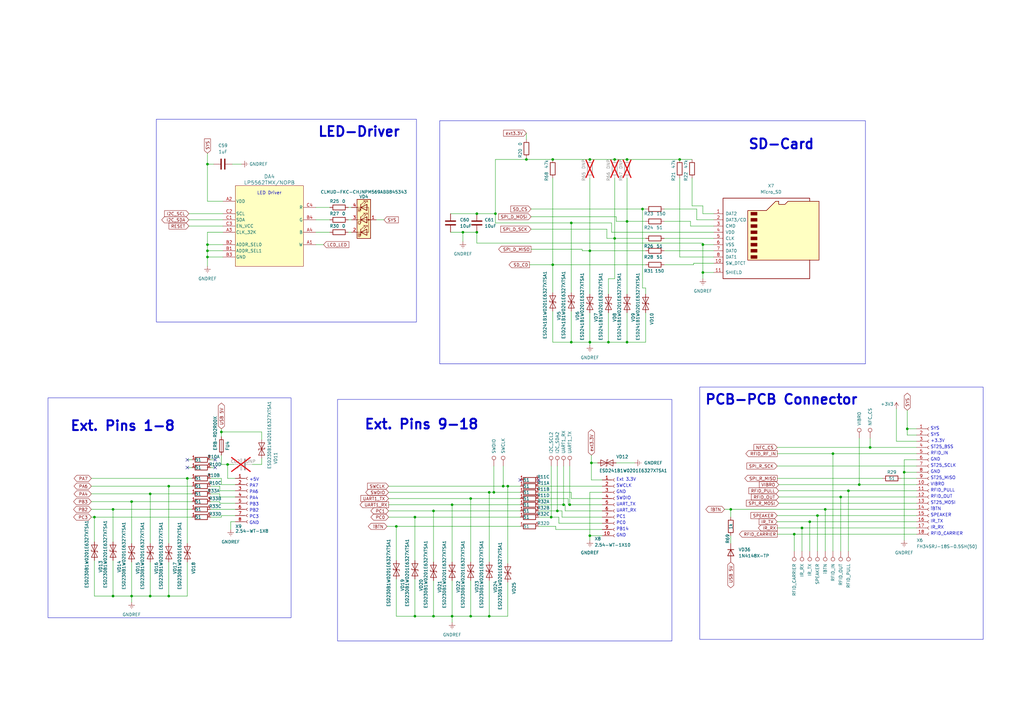
<source format=kicad_sch>
(kicad_sch (version 20230121) (generator eeschema)
  (paper "A3")
  (title_block (title "Flipper Device DIY") (rev "13.F7B9C6") (company "Originally from : Flipper Devices Inc.") (comment 1 "DIY Version 1.0"))
  (junction (at 242.57 189.865))
  (junction (at 85.09 67.31))
  (junction (at 215.9 65.405))
  (junction (at 241.935 65.405))
  (junction (at 206.375 199.39))
  (junction (at 208.28 199.39))
  (junction (at 288.29 100.33))
  (junction (at 344.805 203.835))
  (junction (at 288.29 111.76))
  (junction (at 200.66 252.73))
  (junction (at 241.935 219.71))
  (junction (at 257.175 140.335))
  (junction (at 90.805 177.165))
  (junction (at 195.58 95.25))
  (junction (at 85.09 105.41))
  (junction (at 93.345 190.5))
  (junction (at 46.355 208.915))
  (junction (at 347.98 201.295))
  (junction (at 170.18 252.73))
  (junction (at 234.315 91.44))
  (junction (at 328.93 216.535))
  (junction (at 226.06 212.09))
  (junction (at 370.84 193.675))
  (junction (at 85.09 102.87))
  (junction (at 177.8 209.55))
  (junction (at 85.09 100.33))
  (junction (at 53.975 244.475))
  (junction (at 263.525 85.725))
  (junction (at 200.66 201.93))
  (junction (at 185.42 252.73))
  (junction (at 231.14 207.01))
  (junction (at 193.04 252.73))
  (junction (at 228.6 209.55))
  (junction (at 53.975 205.74))
  (junction (at 352.425 198.755))
  (junction (at 257.175 90.805))
  (junction (at 203.2 87.63))
  (junction (at 372.11 175.895))
  (junction (at 46.355 244.475))
  (junction (at 252.095 97.79))
  (junction (at 189.865 95.25))
  (junction (at 226.695 65.405))
  (junction (at 195.58 87.63))
  (junction (at 241.935 102.87))
  (junction (at 234.315 140.335))
  (junction (at 170.18 212.09))
  (junction (at 185.42 207.01))
  (junction (at 162.56 215.9))
  (junction (at 61.595 244.475))
  (junction (at 233.68 207.01))
  (junction (at 335.28 211.455))
  (junction (at 61.595 202.565))
  (junction (at 252.095 65.405))
  (junction (at 338.455 208.915))
  (junction (at 257.175 65.405))
  (junction (at 202.565 201.93))
  (junction (at 332.105 213.995))
  (junction (at 341.63 186.055))
  (junction (at 278.765 65.405))
  (junction (at 76.835 196.215))
  (junction (at 193.04 204.47))
  (junction (at 226.695 108.585))
  (junction (at 249.555 140.335))
  (junction (at 325.755 219.075))
  (junction (at 356.87 183.515))
  (junction (at 38.735 212.09))
  (junction (at 177.8 252.73))
  (junction (at 69.215 199.39))
  (junction (at 299.72 208.915))
  (junction (at 69.215 244.475))
  (junction (at 241.935 140.335))
  (no_connect (at 220.98 196.85))
  (no_connect (at 76.835 188.595))
  (no_connect (at 213.36 196.85))
  (no_connect (at 88.265 191.77))
  (no_connect (at 76.835 191.77))
  (no_connect (at 88.265 188.595))
  (wire (pts (xy 94.615 213.995) (xy 94.615 217.17)))
  (wire (pts (xy 217.805 93.98) (xy 248.92 93.98)))
  (wire (pts (xy 217.805 85.725) (xy 263.525 85.725)))
  (wire (pts (xy 284.48 107.95) (xy 292.735 107.95)))
  (wire (pts (xy 335.28 211.455) (xy 335.28 226.06)))
  (wire (pts (xy 278.765 105.41) (xy 292.735 105.41)))
  (wire (pts (xy 46.355 208.915) (xy 78.74 208.915)))
  (wire (pts (xy 242.57 186.69) (xy 242.57 189.865)))
  (wire (pts (xy 352.425 179.705) (xy 352.425 198.755)))
  (wire (pts (xy 200.66 252.73) (xy 193.04 252.73)))
  (wire (pts (xy 69.215 199.39) (xy 78.74 199.39)))
  (wire (pts (xy 76.835 191.77) (xy 78.74 191.77)))
  (wire (pts (xy 195.58 87.63) (xy 203.2 87.63)))
  (wire (pts (xy 230.505 209.55) (xy 230.505 212.09)))
  (wire (pts (xy 107.315 177.165) (xy 90.805 177.165)))
  (wire (pts (xy 90.17 199.39) (xy 90.17 201.295)))
  (wire (pts (xy 96.52 213.995) (xy 94.615 213.995)))
  (wire (pts (xy 217.805 88.9) (xy 252.73 88.9)))
  (wire (pts (xy 90.17 206.375) (xy 96.52 206.375)))
  (wire (pts (xy 319.405 201.295) (xy 347.98 201.295)))
  (wire (pts (xy 90.17 201.295) (xy 96.52 201.295)))
  (wire (pts (xy 338.455 208.915) (xy 375.92 208.915)))
  (wire (pts (xy 90.805 211.455) (xy 96.52 211.455)))
  (wire (pts (xy 38.735 212.09) (xy 78.74 212.09)))
  (wire (pts (xy 257.175 128.27) (xy 257.175 140.335)))
  (wire (pts (xy 38.735 212.09) (xy 38.735 222.25)))
  (wire (pts (xy 208.28 238.76) (xy 208.28 252.73)))
  (wire (pts (xy 249.555 140.335) (xy 257.175 140.335)))
  (wire (pts (xy 69.215 199.39) (xy 69.215 222.885)))
  (wire (pts (xy 299.72 208.915) (xy 338.455 208.915)))
  (wire (pts (xy 257.175 73.025) (xy 257.175 90.805)))
  (wire (pts (xy 86.36 205.74) (xy 90.17 205.74)))
  (wire (pts (xy 202.565 201.93) (xy 213.36 201.93)))
  (wire (pts (xy 208.28 199.39) (xy 208.28 231.14)))
  (wire (pts (xy 162.56 237.49) (xy 162.56 252.73)))
  (wire (pts (xy 226.695 108.585) (xy 264.795 108.585)))
  (wire (pts (xy 200.66 201.93) (xy 200.66 230.505)))
  (wire (pts (xy 234.315 91.44) (xy 234.315 120.015)))
  (wire (pts (xy 38.735 244.475) (xy 46.355 244.475)))
  (wire (pts (xy 234.315 91.44) (xy 250.825 91.44)))
  (wire (pts (xy 272.415 97.79) (xy 292.735 97.79)))
  (wire (pts (xy 85.09 100.33) (xy 91.44 100.33)))
  (wire (pts (xy 46.355 229.87) (xy 46.355 244.475)))
  (wire (pts (xy 88.265 191.77) (xy 86.36 191.77)))
  (wire (pts (xy 129.54 85.09) (xy 135.255 85.09)))
  (wire (pts (xy 220.98 215.9) (xy 227.965 215.9)))
  (wire (pts (xy 37.465 205.74) (xy 53.975 205.74)))
  (wire (pts (xy 257.175 65.405) (xy 278.765 65.405)))
  (wire (pts (xy 252.095 73.025) (xy 252.095 97.79)))
  (wire (pts (xy 220.98 212.09) (xy 226.06 212.09)))
  (wire (pts (xy 318.77 183.515) (xy 356.87 183.515)))
  (wire (pts (xy 272.415 102.87) (xy 292.735 102.87)))
  (wire (pts (xy 95.885 190.5) (xy 93.345 190.5)))
  (wire (pts (xy 257.175 90.805) (xy 257.175 120.65)))
  (wire (pts (xy 93.345 196.215) (xy 93.345 190.5)))
  (wire (pts (xy 85.09 102.87) (xy 85.09 105.41)))
  (wire (pts (xy 76.835 196.215) (xy 78.74 196.215)))
  (wire (pts (xy 202.565 191.135) (xy 202.565 201.93)))
  (wire (pts (xy 90.17 205.74) (xy 90.17 206.375)))
  (wire (pts (xy 142.875 90.17) (xy 144.145 90.17)))
  (wire (pts (xy 252.095 65.405) (xy 257.175 65.405)))
  (wire (pts (xy 299.72 219.71) (xy 299.72 222.885)))
  (wire (pts (xy 347.98 201.295) (xy 375.92 201.295)))
  (wire (pts (xy 283.21 92.71) (xy 292.735 92.71)))
  (wire (pts (xy 318.77 211.455) (xy 335.28 211.455)))
  (wire (pts (xy 335.28 211.455) (xy 375.92 211.455)))
  (wire (pts (xy 69.215 230.505) (xy 69.215 244.475)))
  (wire (pts (xy 318.77 186.055) (xy 341.63 186.055)))
  (wire (pts (xy 37.465 199.39) (xy 69.215 199.39)))
  (wire (pts (xy 263.525 85.725) (xy 263.525 118.11)))
  (wire (pts (xy 234.315 140.335) (xy 241.935 140.335)))
  (wire (pts (xy 338.455 208.915) (xy 338.455 226.06)))
  (wire (pts (xy 53.975 244.475) (xy 61.595 244.475)))
  (wire (pts (xy 61.595 244.475) (xy 61.595 230.505)))
  (wire (pts (xy 372.11 178.435) (xy 372.11 175.895)))
  (wire (pts (xy 288.29 111.76) (xy 288.29 100.33)))
  (wire (pts (xy 129.54 90.17) (xy 135.255 90.17)))
  (wire (pts (xy 177.8 252.73) (xy 185.42 252.73)))
  (wire (pts (xy 61.595 202.565) (xy 78.74 202.565)))
  (wire (pts (xy 184.785 87.63) (xy 195.58 87.63)))
  (wire (pts (xy 328.93 216.535) (xy 375.92 216.535)))
  (wire (pts (xy 241.935 102.87) (xy 241.935 120.65)))
  (wire (pts (xy 283.845 84.455) (xy 288.29 84.455)))
  (wire (pts (xy 226.695 108.585) (xy 217.17 108.585)))
  (wire (pts (xy 238.76 102.235) (xy 238.76 102.87)))
  (wire (pts (xy 220.98 209.55) (xy 228.6 209.55)))
  (wire (pts (xy 85.09 62.865) (xy 85.09 67.31)))
  (wire (pts (xy 226.06 191.135) (xy 226.06 212.09)))
  (wire (pts (xy 177.8 209.55) (xy 213.36 209.55)))
  (wire (pts (xy 372.11 175.895) (xy 375.92 175.895)))
  (wire (pts (xy 185.42 252.73) (xy 185.42 238.125)))
  (wire (pts (xy 242.57 196.85) (xy 247.015 196.85)))
  (wire (pts (xy 263.525 118.11) (xy 264.795 118.11)))
  (wire (pts (xy 88.265 188.595) (xy 86.36 188.595)))
  (wire (pts (xy 249.555 128.27) (xy 249.555 140.335)))
  (wire (pts (xy 220.98 201.93) (xy 234.315 201.93)))
  (wire (pts (xy 193.04 204.47) (xy 213.36 204.47)))
  (wire (pts (xy 226.695 73.025) (xy 226.695 108.585)))
  (wire (pts (xy 229.235 214.63) (xy 247.015 214.63)))
  (wire (pts (xy 86.36 196.215) (xy 90.805 196.215)))
  (wire (pts (xy 193.04 252.73) (xy 185.42 252.73)))
  (wire (pts (xy 242.57 189.865) (xy 242.57 196.85)))
  (wire (pts (xy 162.56 215.9) (xy 162.56 229.87)))
  (wire (pts (xy 185.42 252.73) (xy 185.42 255.27)))
  (wire (pts (xy 76.835 196.215) (xy 76.835 222.885)))
  (wire (pts (xy 341.63 186.055) (xy 341.63 226.06)))
  (wire (pts (xy 285.75 90.17) (xy 292.735 90.17)))
  (wire (pts (xy 85.09 67.31) (xy 87.63 67.31)))
  (wire (pts (xy 318.77 196.215) (xy 361.95 196.215)))
  (wire (pts (xy 238.76 102.87) (xy 241.935 102.87)))
  (wire (pts (xy 61.595 244.475) (xy 69.215 244.475)))
  (wire (pts (xy 264.795 140.335) (xy 257.175 140.335)))
  (wire (pts (xy 90.805 212.09) (xy 90.805 211.455)))
  (wire (pts (xy 189.865 95.25) (xy 189.865 99.06)))
  (wire (pts (xy 230.505 212.09) (xy 247.015 212.09)))
  (wire (pts (xy 283.21 90.805) (xy 283.21 92.71)))
  (wire (pts (xy 159.385 204.47) (xy 193.04 204.47)))
  (wire (pts (xy 53.975 230.505) (xy 53.975 244.475)))
  (wire (pts (xy 264.795 118.11) (xy 264.795 120.65)))
  (wire (pts (xy 107.315 180.34) (xy 107.315 177.165)))
  (wire (pts (xy 77.47 90.17) (xy 91.44 90.17)))
  (wire (pts (xy 319.405 203.835) (xy 344.805 203.835)))
  (wire (pts (xy 91.44 95.25) (xy 85.09 95.25)))
  (wire (pts (xy 347.98 201.295) (xy 347.98 226.06)))
  (wire (pts (xy 37.465 196.215) (xy 76.835 196.215)))
  (wire (pts (xy 234.315 127.635) (xy 234.315 140.335)))
  (wire (pts (xy 93.345 190.5) (xy 90.805 190.5)))
  (wire (pts (xy 356.87 183.515) (xy 375.92 183.515)))
  (wire (pts (xy 318.77 213.995) (xy 332.105 213.995)))
  (wire (pts (xy 352.425 198.755) (xy 375.92 198.755)))
  (wire (pts (xy 288.29 111.76) (xy 288.29 114.3)))
  (wire (pts (xy 372.11 168.275) (xy 372.11 175.895)))
  (wire (pts (xy 76.835 188.595) (xy 78.74 188.595)))
  (wire (pts (xy 46.355 244.475) (xy 53.975 244.475)))
  (wire (pts (xy 142.875 95.25) (xy 144.145 95.25)))
  (wire (pts (xy 158.75 215.9) (xy 162.56 215.9)))
  (wire (pts (xy 252.095 114.3) (xy 252.095 97.79)))
  (wire (pts (xy 215.9 54.61) (xy 215.9 57.15)))
  (wire (pts (xy 278.765 65.405) (xy 283.845 65.405)))
  (wire (pts (xy 53.975 205.74) (xy 78.74 205.74)))
  (wire (pts (xy 241.935 73.025) (xy 241.935 102.87)))
  (wire (pts (xy 241.935 219.71) (xy 247.015 219.71)))
  (wire (pts (xy 85.09 82.55) (xy 91.44 82.55)))
  (wire (pts (xy 184.785 95.25) (xy 189.865 95.25)))
  (wire (pts (xy 241.935 201.93) (xy 241.935 219.71)))
  (wire (pts (xy 250.825 95.25) (xy 292.735 95.25)))
  (wire (pts (xy 241.935 140.335) (xy 241.935 141.605)))
  (wire (pts (xy 234.315 204.47) (xy 247.015 204.47)))
  (wire (pts (xy 53.975 205.74) (xy 53.975 222.885)))
  (wire (pts (xy 90.805 198.755) (xy 96.52 198.755)))
  (wire (pts (xy 370.84 188.595) (xy 370.84 193.675)))
  (wire (pts (xy 90.805 196.215) (xy 90.805 198.755)))
  (wire (pts (xy 76.835 230.505) (xy 76.835 244.475)))
  (wire (pts (xy 185.42 207.01) (xy 213.36 207.01)))
  (wire (pts (xy 247.015 201.93) (xy 241.935 201.93)))
  (wire (pts (xy 231.775 209.55) (xy 247.015 209.55)))
  (wire (pts (xy 319.405 198.755) (xy 352.425 198.755)))
  (wire (pts (xy 299.72 208.915) (xy 299.72 212.09)))
  (wire (pts (xy 170.18 212.09) (xy 170.18 229.87)))
  (wire (pts (xy 278.765 73.025) (xy 278.765 105.41)))
  (wire (pts (xy 228.6 191.135) (xy 228.6 209.55)))
  (wire (pts (xy 159.385 199.39) (xy 206.375 199.39)))
  (wire (pts (xy 229.235 212.09) (xy 229.235 214.63)))
  (wire (pts (xy 241.935 128.27) (xy 241.935 140.335)))
  (wire (pts (xy 233.68 207.01) (xy 247.015 207.01)))
  (wire (pts (xy 85.09 105.41) (xy 85.09 109.22)))
  (wire (pts (xy 53.975 244.475) (xy 53.975 247.015)))
  (wire (pts (xy 260.35 189.865) (xy 252.73 189.865)))
  (wire (pts (xy 200.66 201.93) (xy 202.565 201.93)))
  (wire (pts (xy 250.825 91.44) (xy 250.825 95.25)))
  (wire (pts (xy 220.98 199.39) (xy 247.015 199.39)))
  (wire (pts (xy 170.18 212.09) (xy 213.36 212.09)))
  (wire (pts (xy 61.595 202.565) (xy 61.595 222.885)))
  (wire (pts (xy 231.14 191.135) (xy 231.14 207.01)))
  (wire (pts (xy 252.095 97.79) (xy 264.795 97.79)))
  (wire (pts (xy 215.9 65.405) (xy 226.695 65.405)))
  (wire (pts (xy 245.11 189.865) (xy 242.57 189.865)))
  (wire (pts (xy 195.58 99.695) (xy 195.58 95.25)))
  (wire (pts (xy 200.66 238.125) (xy 200.66 252.73)))
  (wire (pts (xy 233.045 207.01) (xy 233.68 207.01)))
  (wire (pts (xy 233.045 204.47) (xy 233.045 207.01)))
  (wire (pts (xy 185.42 207.01) (xy 185.42 230.505)))
  (wire (pts (xy 226.695 127.635) (xy 226.695 140.335)))
  (wire (pts (xy 162.56 252.73) (xy 170.18 252.73)))
  (wire (pts (xy 85.09 100.33) (xy 85.09 102.87)))
  (wire (pts (xy 193.04 238.125) (xy 193.04 252.73)))
  (wire (pts (xy 96.52 196.215) (xy 93.345 196.215)))
  (wire (pts (xy 203.2 65.405) (xy 203.2 87.63)))
  (wire (pts (xy 231.775 207.01) (xy 231.775 209.55)))
  (wire (pts (xy 288.29 87.63) (xy 292.735 87.63)))
  (wire (pts (xy 226.06 212.09) (xy 229.235 212.09)))
  (wire (pts (xy 332.105 213.995) (xy 375.92 213.995)))
  (wire (pts (xy 227.965 215.9) (xy 227.965 217.17)))
  (wire (pts (xy 203.2 87.63) (xy 203.2 91.44)))
  (wire (pts (xy 107.315 187.96) (xy 107.315 190.5)))
  (wire (pts (xy 86.36 199.39) (xy 90.17 199.39)))
  (wire (pts (xy 203.2 91.44) (xy 234.315 91.44)))
  (wire (pts (xy 370.84 193.675) (xy 375.92 193.675)))
  (wire (pts (xy 292.735 111.76) (xy 288.29 111.76)))
  (wire (pts (xy 86.36 208.915) (xy 96.52 208.915)))
  (wire (pts (xy 272.415 108.585) (xy 284.48 108.585)))
  (wire (pts (xy 215.9 64.77) (xy 215.9 65.405)))
  (wire (pts (xy 226.695 108.585) (xy 226.695 120.015)))
  (wire (pts (xy 37.465 212.09) (xy 38.735 212.09)))
  (wire (pts (xy 220.98 204.47) (xy 233.045 204.47)))
  (wire (pts (xy 90.805 175.895) (xy 90.805 177.165)))
  (wire (pts (xy 159.385 209.55) (xy 177.8 209.55)))
  (wire (pts (xy 375.92 188.595) (xy 370.84 188.595)))
  (wire (pts (xy 234.315 201.93) (xy 234.315 204.47)))
  (wire (pts (xy 297.18 208.915) (xy 299.72 208.915)))
  (wire (pts (xy 356.87 179.705) (xy 356.87 183.515)))
  (wire (pts (xy 69.215 244.475) (xy 76.835 244.475)))
  (wire (pts (xy 159.385 207.01) (xy 185.42 207.01)))
  (wire (pts (xy 283.845 73.025) (xy 283.845 84.455)))
  (wire (pts (xy 37.465 202.565) (xy 61.595 202.565)))
  (wire (pts (xy 170.18 252.73) (xy 177.8 252.73)))
  (wire (pts (xy 367.665 167.64) (xy 367.665 180.975)))
  (wire (pts (xy 241.935 65.405) (xy 252.095 65.405)))
  (wire (pts (xy 252.73 90.805) (xy 257.175 90.805)))
  (wire (pts (xy 142.875 85.09) (xy 144.145 85.09)))
  (wire (pts (xy 249.555 114.3) (xy 252.095 114.3)))
  (wire (pts (xy 288.29 99.695) (xy 195.58 99.695)))
  (wire (pts (xy 284.48 108.585) (xy 284.48 107.95)))
  (wire (pts (xy 227.965 217.17) (xy 247.015 217.17)))
  (wire (pts (xy 341.63 186.055) (xy 375.92 186.055)))
  (wire (pts (xy 90.17 202.565) (xy 90.17 203.835)))
  (wire (pts (xy 177.8 238.125) (xy 177.8 252.73)))
  (wire (pts (xy 257.175 90.805) (xy 264.795 90.805)))
  (wire (pts (xy 272.415 85.725) (xy 285.75 85.725)))
  (wire (pts (xy 272.415 90.805) (xy 283.21 90.805)))
  (wire (pts (xy 220.98 207.01) (xy 231.14 207.01)))
  (wire (pts (xy 86.36 212.09) (xy 90.805 212.09)))
  (wire (pts (xy 208.28 199.39) (xy 213.36 199.39)))
  (wire (pts (xy 241.935 219.71) (xy 241.935 221.615)))
  (wire (pts (xy 367.665 180.975) (xy 375.92 180.975)))
  (wire (pts (xy 177.8 209.55) (xy 177.8 230.505)))
  (wire (pts (xy 159.385 201.93) (xy 200.66 201.93)))
  (wire (pts (xy 288.29 99.695) (xy 288.29 100.33)))
  (wire (pts (xy 226.695 65.405) (xy 241.935 65.405)))
  (wire (pts (xy 228.6 209.55) (xy 230.505 209.55)))
  (wire (pts (xy 252.73 88.9) (xy 252.73 90.805)))
  (wire (pts (xy 90.805 190.5) (xy 90.805 186.69)))
  (wire (pts (xy 203.2 65.405) (xy 215.9 65.405)))
  (wire (pts (xy 233.68 191.135) (xy 233.68 207.01)))
  (wire (pts (xy 90.17 203.835) (xy 96.52 203.835)))
  (wire (pts (xy 288.29 84.455) (xy 288.29 87.63)))
  (wire (pts (xy 241.935 102.87) (xy 264.795 102.87)))
  (wire (pts (xy 170.18 237.49) (xy 170.18 252.73)))
  (wire (pts (xy 328.93 216.535) (xy 328.93 226.06)))
  (wire (pts (xy 344.805 203.835) (xy 344.805 226.06)))
  (wire (pts (xy 85.09 95.25) (xy 85.09 100.33)))
  (wire (pts (xy 332.105 213.995) (xy 332.105 226.06)))
  (wire (pts (xy 231.14 207.01) (xy 231.775 207.01)))
  (wire (pts (xy 325.755 219.075) (xy 325.755 226.06)))
  (wire (pts (xy 248.92 93.98) (xy 248.92 97.79)))
  (wire (pts (xy 238.76 102.235) (xy 217.805 102.235)))
  (wire (pts (xy 375.92 178.435) (xy 372.11 178.435)))
  (wire (pts (xy 129.54 95.25) (xy 135.255 95.25)))
  (wire (pts (xy 325.755 219.075) (xy 375.92 219.075)))
  (wire (pts (xy 37.465 208.915) (xy 46.355 208.915)))
  (wire (pts (xy 38.735 229.87) (xy 38.735 244.475)))
  (wire (pts (xy 318.77 219.075) (xy 325.755 219.075)))
  (wire (pts (xy 370.84 193.675) (xy 370.84 221.615)))
  (wire (pts (xy 206.375 191.135) (xy 206.375 199.39)))
  (wire (pts (xy 226.695 140.335) (xy 234.315 140.335)))
  (wire (pts (xy 264.795 128.27) (xy 264.795 140.335)))
  (wire (pts (xy 319.405 206.375) (xy 375.92 206.375)))
  (wire (pts (xy 249.555 120.65) (xy 249.555 114.3)))
  (wire (pts (xy 129.54 100.33) (xy 132.715 100.33)))
  (wire (pts (xy 241.935 140.335) (xy 249.555 140.335)))
  (wire (pts (xy 107.315 190.5) (xy 103.505 190.5)))
  (wire (pts (xy 206.375 199.39) (xy 208.28 199.39)))
  (wire (pts (xy 193.04 204.47) (xy 193.04 230.505)))
  (wire (pts (xy 154.305 90.17) (xy 157.48 90.17)))
  (wire (pts (xy 208.28 252.73) (xy 200.66 252.73)))
  (wire (pts (xy 263.525 85.725) (xy 264.795 85.725)))
  (wire (pts (xy 77.47 92.71) (xy 91.44 92.71)))
  (wire (pts (xy 285.75 85.725) (xy 285.75 90.17)))
  (wire (pts (xy 85.09 102.87) (xy 91.44 102.87)))
  (wire (pts (xy 77.47 87.63) (xy 91.44 87.63)))
  (wire (pts (xy 162.56 215.9) (xy 213.36 215.9)))
  (wire (pts (xy 292.735 100.33) (xy 288.29 100.33)))
  (wire (pts (xy 86.36 202.565) (xy 90.17 202.565)))
  (wire (pts (xy 90.805 177.165) (xy 90.805 179.07)))
  (wire (pts (xy 248.92 97.79) (xy 252.095 97.79)))
  (wire (pts (xy 159.385 212.09) (xy 170.18 212.09)))
  (wire (pts (xy 189.865 95.25) (xy 195.58 95.25)))
  (wire (pts (xy 46.355 208.915) (xy 46.355 222.25)))
  (wire (pts (xy 85.09 105.41) (xy 91.44 105.41)))
  (wire (pts (xy 369.57 196.215) (xy 375.92 196.215)))
  (wire (pts (xy 344.805 203.835) (xy 375.92 203.835)))
  (wire (pts (xy 318.77 191.135) (xy 375.92 191.135)))
  (wire (pts (xy 318.77 216.535) (xy 328.93 216.535)))
  (wire (pts (xy 95.25 67.31) (xy 99.06 67.31)))
  (wire (pts (xy 85.09 67.31) (xy 85.09 82.55)))
  (rectangle (start 180.34 49.53) (end 354.965 149.225))
  (rectangle (start 19.685 163.195) (end 119.38 253.365))
  (rectangle (start 64.135 48.895) (end 170.815 132.08))
  (rectangle (start 287.02 158.75) (end 403.225 262.255))
  (rectangle (start 138.43 163.83) (end 275.59 262.89))
  (text "PC0" (at 252.73 215.265 0) (effects (font (size 1.27 1.27)) (justify left bottom)))
  (text "SD-Card" (at 306.705 61.595 0) (effects (font (size 4 4) bold) (justify left bottom)))
  (text "PA7" (at 102.235 200.025 0) (effects (font (size 1.27 1.27)) (justify left bottom)))
  (text "PC3" (at 102.235 212.725 0) (effects (font (size 1.27 1.27)) (justify left bottom)))
  (text "PB14" (at 252.73 217.805 0) (effects (font (size 1.27 1.27)) (justify left bottom)))
  (text "GND" (at 381.635 194.31 0) (effects (font (size 1.27 1.27)) (justify left bottom)))
  (text "SYS" (at 381.635 176.53 0) (effects (font (size 1.27 1.27)) (justify left bottom)))
  (text "Ext. Pins 1-8" (at 28.575 177.165 0) (effects (font (size 4 4) bold) (justify left bottom)))
  (text "iBTN" (at 381.635 209.55 0) (effects (font (size 1.27 1.27)) (justify left bottom)))
  (text "SYS" (at 381.635 179.07 0) (effects (font (size 1.27 1.27)) (justify left bottom)))
  (text "PA4" (at 102.235 205.105 0) (effects (font (size 1.27 1.27)) (justify left bottom)))
  (text "ST25_MOSI" (at 381.635 207.01 0) (effects (font (size 1.27 1.27)) (justify left bottom)))
  (text "UART_TX" (at 252.73 207.645 0) (effects (font (size 1.27 1.27)) (justify left bottom)))
  (text "UART_RX" (at 252.73 210.185 0) (effects (font (size 1.27 1.27)) (justify left bottom)))
  (text "GND" (at 252.73 220.345 0) (effects (font (size 1.27 1.27)) (justify left bottom)))
  (text "RFID_CARRIER" (at 381.635 219.71 0) (effects (font (size 1.27 1.27)) (justify left bottom)))
  (text "PB2" (at 102.235 210.185 0) (effects (font (size 1.27 1.27)) (justify left bottom)))
  (text "ST25_MISO" (at 381.635 196.85 0) (effects (font (size 1.27 1.27)) (justify left bottom)))
  (text "LED Driver\n" (at 105.41 80.01 0) (effects (font (size 1.27 1.27)) (justify left bottom)))
  (text "GND" (at 252.73 202.565 0) (effects (font (size 1.27 1.27)) (justify left bottom)))
  (text "PC1" (at 252.73 212.725 0) (effects (font (size 1.27 1.27)) (justify left bottom)))
  (text "PCB-PCB Connector" (at 288.925 166.37 0) (effects (font (size 4 4) bold) (justify left bottom)))
  (text "RFID_PULL" (at 381.635 201.93 0) (effects (font (size 1.27 1.27)) (justify left bottom)))
  (text "SWDIO" (at 252.73 205.105 0) (effects (font (size 1.27 1.27)) (justify left bottom)))
  (text "RFID_IN" (at 381.635 186.69 0) (effects (font (size 1.27 1.27)) (justify left bottom)))
  (text "+3.3V" (at 381.635 181.61 0) (effects (font (size 1.27 1.27)) (justify left bottom)))
  (text "GND" (at 381.635 189.23 0) (effects (font (size 1.27 1.27)) (justify left bottom)))
  (text "GND" (at 102.235 215.265 0) (effects (font (size 1.27 1.27)) (justify left bottom)))
  (text "ST25_SCLK" (at 381.635 191.77 0) (effects (font (size 1.27 1.27)) (justify left bottom)))
  (text "PA6" (at 102.235 202.565 0) (effects (font (size 1.27 1.27)) (justify left bottom)))
  (text "VIBRO" (at 381.635 199.39 0) (effects (font (size 1.27 1.27)) (justify left bottom)))
  (text "IR_TX" (at 381.635 214.63 0) (effects (font (size 1.27 1.27)) (justify left bottom)))
  (text "SWCLK" (at 252.73 200.025 0) (effects (font (size 1.27 1.27)) (justify left bottom)))
  (text "+5V\n" (at 102.235 197.485 0) (effects (font (size 1.27 1.27)) (justify left bottom)))
  (text "ST25_BSS" (at 381.635 184.15 0) (effects (font (size 1.27 1.27)) (justify left bottom)))
  (text "LED-Driver" (at 130.175 56.515 0) (effects (font (size 4 4) (thickness 0.8) bold) (justify left bottom)))
  (text "SPEAKER" (at 381.635 212.09 0) (effects (font (size 1.27 1.27)) (justify left bottom)))
  (text "Ext. Pins 9-18" (at 149.225 176.53 0) (effects (font (size 4 4) bold) (justify left bottom)))
  (text "IR_RX" (at 381.635 217.17 0) (effects (font (size 1.27 1.27)) (justify left bottom)))
  (text "RFID_OUT" (at 381.635 204.47 0) (effects (font (size 1.27 1.27)) (justify left bottom)))
  (text "PB3" (at 102.235 207.645 0) (effects (font (size 1.27 1.27)) (justify left bottom)))
  (text "Ext 3.3V" (at 252.73 197.485 0) (effects (font (size 1.27 1.27)) (justify left bottom)))
  (global_label "IR_TX" (shape input) (at 318.77 213.995 180) (property "Intersheetrefs" "${INTERSHEET_REFS}" (effects hide)))
  (global_label "VIBRO" (shape input) (at 319.405 198.755 180) (property "Intersheetrefs" "${INTERSHEET_REFS}" (effects hide)))
  (global_label "RFID_PULL" (shape input) (at 319.405 201.295 180) (property "Intersheetrefs" "${INTERSHEET_REFS}" (effects hide)))
  (global_label "UART1_RX" (shape output) (at 159.385 207.01 180) (property "Intersheetrefs" "${INTERSHEET_REFS}" (effects hide)))
  (global_label "UART1_TX" (shape input) (at 159.385 204.47 180) (property "Intersheetrefs" "${INTERSHEET_REFS}" (effects hide)))
  (global_label "PA6" (shape bidirectional) (at 37.465 199.39 180) (property "Intersheetrefs" "${INTERSHEET_REFS}" (effects hide)))
  (global_label "SWCLK" (shape input) (at 159.385 199.39 180) (property "Intersheetrefs" "${INTERSHEET_REFS}" (effects hide)))
  (global_label "RESET" (shape input) (at 77.47 92.71 180) (property "Intersheetrefs" "${INTERSHEET_REFS}" (effects hide)))
  (global_label "I2C_SCL" (shape input) (at 77.47 87.63 180) (property "Intersheetrefs" "${INTERSHEET_REFS}" (effects hide)))
  (global_label "SPI_R_SCK" (shape input) (at 318.77 191.135 180) (property "Intersheetrefs" "${INTERSHEET_REFS}" (effects hide)))
  (global_label "SYS" (shape input) (at 157.48 90.17 0) (property "Intersheetrefs" "${INTERSHEET_REFS}" (effects hide)))
  (global_label "PB3" (shape bidirectional) (at 37.465 205.74 180) (property "Intersheetrefs" "${INTERSHEET_REFS}" (effects hide)))
  (global_label "ext3.3V" (shape bidirectional) (at 242.57 186.69 90) (property "Intersheetrefs" "${INTERSHEET_REFS}" (effects hide)))
  (global_label "SPI_R_MISO" (shape output) (at 318.77 196.215 180) (property "Intersheetrefs" "${INTERSHEET_REFS}" (effects hide)))
  (global_label "PC1" (shape bidirectional) (at 159.385 209.55 180) (property "Intersheetrefs" "${INTERSHEET_REFS}" (effects hide)))
  (global_label "PA7" (shape bidirectional) (at 37.465 196.215 180) (property "Intersheetrefs" "${INTERSHEET_REFS}" (effects hide)))
  (global_label "USB 5V" (shape bidirectional) (at 90.805 175.895 90) (property "Intersheetrefs" "${INTERSHEET_REFS}" (effects hide)))
  (global_label "SPI_D_MISO" (shape output) (at 217.805 102.235 180) (property "Intersheetrefs" "${INTERSHEET_REFS}" (effects hide)))
  (global_label "PB2" (shape bidirectional) (at 37.465 208.915 180) (property "Intersheetrefs" "${INTERSHEET_REFS}" (effects hide)))
  (global_label "SWDIO" (shape bidirectional) (at 159.385 201.93 180) (property "Intersheetrefs" "${INTERSHEET_REFS}" (effects hide)))
  (global_label "ext3.3V" (shape input) (at 215.9 54.61 180) (property "Intersheetrefs" "${INTERSHEET_REFS}" (effects hide)))
  (global_label "RFID_OUT" (shape input) (at 319.405 203.835 180) (property "Intersheetrefs" "${INTERSHEET_REFS}" (effects hide)))
  (global_label "PA4" (shape bidirectional) (at 37.465 202.565 180) (property "Intersheetrefs" "${INTERSHEET_REFS}" (effects hide)))
  (global_label "SPEAKER" (shape input) (at 318.77 211.455 180) (property "Intersheetrefs" "${INTERSHEET_REFS}" (effects hide)))
  (global_label "iBTN" (shape bidirectional) (at 297.18 208.915 180) (property "Intersheetrefs" "${INTERSHEET_REFS}" (effects hide)))
  (global_label "SPI_D_SCK" (shape input) (at 217.805 93.98 180) (property "Intersheetrefs" "${INTERSHEET_REFS}" (effects hide)))
  (global_label "SYS" (shape bidirectional) (at 372.11 168.275 90) (property "Intersheetrefs" "${INTERSHEET_REFS}" (effects hide)))
  (global_label "NFC_CS" (shape input) (at 318.77 183.515 180) (property "Intersheetrefs" "${INTERSHEET_REFS}" (effects hide)))
  (global_label "USB 5V" (shape bidirectional) (at 299.72 230.505 270) (property "Intersheetrefs" "${INTERSHEET_REFS}" (effects hide)))
  (global_label "LCD_LED" (shape input) (at 132.715 100.33 0) (property "Intersheetrefs" "${INTERSHEET_REFS}" (effects hide)))
  (global_label "SPI_D_MOSI" (shape input) (at 217.805 88.9 180) (property "Intersheetrefs" "${INTERSHEET_REFS}" (effects hide)))
  (global_label "SD_CD" (shape output) (at 217.17 108.585 180) (property "Intersheetrefs" "${INTERSHEET_REFS}" (effects hide)))
  (global_label "PC3" (shape bidirectional) (at 37.465 212.09 180) (property "Intersheetrefs" "${INTERSHEET_REFS}" (effects hide)))
  (global_label "SD_CS" (shape input) (at 217.805 85.725 180) (property "Intersheetrefs" "${INTERSHEET_REFS}" (effects hide)))
  (global_label "iBTN" (shape bidirectional) (at 158.75 215.9 180) (property "Intersheetrefs" "${INTERSHEET_REFS}" (effects hide)))
  (global_label "RFID_CARRIER" (shape output) (at 318.77 219.075 180) (property "Intersheetrefs" "${INTERSHEET_REFS}" (effects hide)))
  (global_label "SYS" (shape input) (at 85.09 62.865 90) (property "Intersheetrefs" "${INTERSHEET_REFS}" (effects hide)))
  (global_label "RFID_RF_IN" (shape output) (at 318.77 186.055 180) (property "Intersheetrefs" "${INTERSHEET_REFS}" (effects hide)))
  (global_label "PC0" (shape bidirectional) (at 159.385 212.09 180) (property "Intersheetrefs" "${INTERSHEET_REFS}" (effects hide)))
  (global_label "I2C_SDA" (shape bidirectional) (at 77.47 90.17 180) (property "Intersheetrefs" "${INTERSHEET_REFS}" (effects hide)))
  (global_label "IR_RX" (shape output) (at 318.77 216.535 180) (property "Intersheetrefs" "${INTERSHEET_REFS}" (effects hide)))
  (global_label "SPI_R_MOSI" (shape input) (at 319.405 206.375 180) (property "Intersheetrefs" "${INTERSHEET_REFS}" (effects hide)))
  (symbol (lib_id "power:GNDREF") (at 94.615 217.17 0) (unit 1)
    (property "Reference" "#PWR043" (effects hide))
    (property "Value" "GNDREF" (at 94.615 222.25 0))
  )
  (symbol (lib_id "Diode:ESD9B3.3ST5G") (at 69.215 226.695 90) (unit 1)
    (property "Reference" "VD17" (at 71.755 230.505 0) (effects (justify right)))
    (property "Value" "ESD230B1W0201E6327XTSA1" (at 66.04 213.995 0) (effects (justify right)))
    (property "Footprint" "Diode_SMD:D_0201_0603Metric" (effects hide))
  )
  (symbol (lib_id "Connector:TestPoint") (at 341.63 226.06 180) (unit 1)
    (property "Reference" "TP37" (effects hide))
    (property "Value" "RFID_IN" (at 341.63 231.14 90) (effects (justify left)))
    (property "Footprint" "TestPoint:TestPoint_Pad_1.0x1.0mm" (effects hide))
  )
  (symbol (lib_id "Device:C_Polarized") (at 99.695 190.5 90) (unit 1) (dnp yes)
    (property "Reference" "C62" (at 96.52 189.23 90))
    (property "Value" "DNP" (at 102.87 189.23 90))
    (property "Footprint" "Capacitor_SMD:C_1206_3216Metric" (effects hide))
  )
  (symbol (lib_id "Diode:ESD9B3.3ST5G") (at 185.42 234.315 90) (unit 1)
    (property "Reference" "VD22" (at 187.96 238.125 0) (effects (justify right)))
    (property "Value" "ESD230B1W0201E6327XTSA1" (at 182.245 221.615 0) (effects (justify right)))
    (property "Footprint" "Diode_SMD:D_0201_0603Metric" (effects hide))
  )
  (symbol (lib_id "Connector:TestPoint") (at 344.805 226.06 180) (unit 1)
    (property "Reference" "TP38" (effects hide))
    (property "Value" "RFID_OUT" (at 344.805 231.14 90) (effects (justify left)))
    (property "Footprint" "TestPoint:TestPoint_Pad_1.0x1.0mm" (effects hide))
  )
  (symbol (lib_id "Device:D") (at 299.72 226.695 270) (unit 1)
    (property "Reference" "VD36" (at 302.895 225.425 90) (effects (justify left)))
    (property "Value" "1N4148X-TP" (at 302.895 227.965 90) (effects (justify left)))
    (property "Footprint" "Diode_SMD:D_SOD-523" (effects hide))
    (property "Sim.Device" "D" (effects hide))
    (property "Sim.Pins" "1=K 2=A" (effects hide))
  )
  (symbol (lib_id "Device:LED_ABGR") (at 149.225 90.17 0) (unit 1)
    (property "Reference" "VD4" (at 149.225 80.645 0))
    (property "Value" "CLMUD-FKC-CHJNPM569ABB845343" (at 149.225 78.74 0))
    (property "Footprint" "footprints:SMD_RGB_LED_CLMUD-FKC-CHJNPM569ABB845343" (effects hide))
    (property "Datasheet" "https://www.mouser.de/datasheet/2/723/HB_CLMUD_FKC-3043388.pdf" (effects hide))
  )
  (symbol (lib_id "Device:R_Network04_Split") (at 217.17 204.47 90) (unit 4)
    (property "Reference" "R11" (at 222.885 203.2 90))
    (property "Value" "51" (at 215.9 204.47 90))
    (property "Footprint" "Resistor_SMD:R_Array_Convex_4x0402" (effects hide))
  )
  (symbol (lib_id "Device:R") (at 215.9 60.96 180) (unit 1)
    (property "Reference" "R20" (at 213.36 62.865 90))
    (property "Value" "0" (at 213.36 59.055 90))
    (property "Footprint" "Resistor_SMD:R_0402_1005Metric" (effects hide))
  )
  (symbol (lib_id "Device:R_Network04_Split") (at 217.17 201.93 90) (unit 2)
    (property "Reference" "R11" (at 222.885 200.66 90))
    (property "Value" "51" (at 215.9 201.93 90))
    (property "Footprint" "Resistor_SMD:R_Array_Convex_4x0402" (effects hide))
  )
  (symbol (lib_id "Connector2:Conn_01x10_Female") (at 252.095 207.01 0) (unit 1)
    (property "Reference" "X8" (at 243.84 220.98 0) (effects (justify left)))
    (property "Value" "2.54-WT-1X10" (at 243.84 223.52 0) (effects (justify left)))
    (property "Footprint" "Connector_PinSocket_2.54mm:PinSocket_1x10_P2.54mm_Horizontal" (effects hide))
  )
  (symbol (lib_id "Diode:ESD9B3.3ST5G") (at 61.595 226.695 90) (unit 1)
    (property "Reference" "VD16" (at 64.135 230.505 0) (effects (justify right)))
    (property "Value" "ESD230B1W0201E6327XTSA1" (at 58.42 213.995 0) (effects (justify right)))
    (property "Footprint" "Diode_SMD:D_0201_0603Metric" (effects hide))
  )
  (symbol (lib_id "Diode:ESD9B3.3ST5G") (at 257.175 124.46 90) (unit 1)
    (property "Reference" "VD9" (at 259.715 128.27 0) (effects (justify right)))
    (property "Value" "ESD241B1W0201E6327XTSA1" (at 254 111.76 0) (effects (justify right)))
    (property "Footprint" "Diode_SMD:D_0201_0603Metric" (effects hide))
  )
  (symbol (lib_id "Connector:TestPoint") (at 328.93 226.06 180) (unit 1)
    (property "Reference" "TP33" (effects hide))
    (property "Value" "IR_RX" (at 328.93 231.14 90) (effects (justify left)))
    (property "Footprint" "TestPoint:TestPoint_Pad_1.0x1.0mm" (effects hide))
  )
  (symbol (lib_id "Connector:TestPoint") (at 231.14 191.135 0) (unit 1)
    (property "Reference" "TP28" (effects hide))
    (property "Value" "UART1_RX" (at 231.14 186.055 90) (effects (justify left)))
    (property "Footprint" "TestPoint:TestPoint_Pad_1.0x1.0mm" (effects hide))
  )
  (symbol (lib_id "Connector:TestPoint") (at 228.6 191.135 0) (unit 1)
    (property "Reference" "TP27" (effects hide))
    (property "Value" "I2C_SDA2" (at 228.6 186.055 90) (effects (justify left)))
    (property "Footprint" "TestPoint:TestPoint_Pad_1.0x1.0mm" (effects hide))
  )
  (symbol (lib_id "Diode:ESD9B3.3ST5G") (at 249.555 124.46 90) (unit 1)
    (property "Reference" "VD8" (at 252.095 128.27 0) (effects (justify right)))
    (property "Value" "ESD241B1W0201E6327XTSA1" (at 246.38 111.76 0) (effects (justify right)))
    (property "Footprint" "Diode_SMD:D_0201_0603Metric" (effects hide))
  )
  (symbol (lib_id "power:GNDREF") (at 189.865 99.06 0) (unit 1)
    (property "Reference" "#PWR040" (effects hide))
    (property "Value" "GNDREF" (at 189.865 104.14 0))
  )
  (symbol (lib_id "Diode:ESD9B3.3ST5G") (at 208.28 234.95 90) (unit 1)
    (property "Reference" "VD25" (at 210.82 238.76 0) (effects (justify right)))
    (property "Value" "ESD230B1W0201E6327XTSA1" (at 205.105 222.25 0) (effects (justify right)))
    (property "Footprint" "Diode_SMD:D_0201_0603Metric" (effects hide))
  )
  (symbol (lib_id "power:GNDREF") (at 288.29 114.3 0) (unit 1)
    (property "Reference" "#PWR041" (effects hide))
    (property "Value" "GNDREF" (at 288.29 119.38 0))
  )
  (symbol (lib_id "Connector:TestPoint") (at 338.455 226.06 180) (unit 1)
    (property "Reference" "TP36" (effects hide))
    (property "Value" "iBTN" (at 338.455 231.14 90) (effects (justify left)))
    (property "Footprint" "TestPoint:TestPoint_Pad_1.0x1.0mm" (effects hide))
  )
  (symbol (lib_id "LP5562TMX-NOPB:LP5562TMX_NOPB") (at 109.22 92.71 0) (unit 1)
    (property "Reference" "DA4" (at 110.49 72.39 0) (effects (font (size 1.524 1.524))))
    (property "Value" "LP5562TMX/NOPB" (at 110.49 74.93 0) (effects (font (size 1.524 1.524))))
    (property "Footprint" "footprints:LP5562TMX-NOPB" (effects hide))
    (property "Datasheet" "LP5562TMX/NOPB" (effects hide))
  )
  (symbol (lib_id "power:GNDREF") (at 370.84 221.615 0) (unit 1)
    (property "Reference" "#PWR049" (effects hide))
    (property "Value" "GNDREF" (at 370.84 226.695 0))
  )
  (symbol (lib_id "Device:R_Network04_Split") (at 82.55 205.74 90) (unit 2)
    (property "Reference" "R33" (at 88.265 204.47 90))
    (property "Value" "51" (at 81.28 205.74 90))
    (property "Footprint" "Resistor_SMD:R_Array_Convex_4x0402" (effects hide))
  )
  (symbol (lib_id "Device:C") (at 195.58 91.44 180) (unit 1)
    (property "Reference" "C61" (at 198.755 90.17 0) (effects (justify right)))
    (property "Value" "10uF" (at 198.755 92.71 0) (effects (justify right)))
    (property "Footprint" "Capacitor_SMD:C_0603_1608Metric" (effects hide))
  )
  (symbol (lib_id "Diode:ESD9B3.3ST5G") (at 46.355 226.06 90) (unit 1)
    (property "Reference" "VD14" (at 48.895 229.87 0) (effects (justify right)))
    (property "Value" "ESD230B1W0201E6327XTSA1" (at 43.18 213.36 0) (effects (justify right)))
    (property "Footprint" "Diode_SMD:D_0201_0603Metric" (effects hide))
  )
  (symbol (lib_id "Connector:TestPoint") (at 202.565 191.135 0) (mirror y) (unit 1)
    (property "Reference" "TP24" (effects hide))
    (property "Value" "SWDIO" (at 202.565 186.055 90) (effects (justify left)))
    (property "Footprint" "TestPoint:TestPoint_Pad_1.0x1.0mm" (effects hide))
  )
  (symbol (lib_id "Device:R_Network04_Split") (at 82.55 191.77 90) (unit 4)
    (property "Reference" "R10" (at 88.265 190.5 90))
    (property "Value" "51" (at 81.28 191.77 90))
    (property "Footprint" "Resistor_SMD:R_Array_Convex_4x0402" (effects hide))
  )
  (symbol (lib_id "power:GNDREF") (at 241.935 141.605 0) (unit 1)
    (property "Reference" "#PWR042" (effects hide))
    (property "Value" "GNDREF" (at 241.935 146.685 0))
  )
  (symbol (lib_id "Diode:ESD9B3.3ST5G") (at 248.92 189.865 180) (unit 1)
    (property "Reference" "VD12" (at 252.73 187.325 0) (effects (justify right)))
    (property "Value" "ESD241B1W0201E6327XTSA1" (at 245.745 193.04 0) (effects (justify right)))
    (property "Footprint" "Diode_SMD:D_0201_0603Metric" (effects hide))
  )
  (symbol (lib_id "Connector:TestPoint") (at 352.425 179.705 0) (unit 1)
    (property "Reference" "TP30" (effects hide))
    (property "Value" "VIBRO" (at 352.425 174.625 90) (effects (justify left)))
    (property "Footprint" "TestPoint:TestPoint_Pad_1.0x1.0mm" (effects hide))
  )
  (symbol (lib_id "Device:R") (at 268.605 85.725 270) (unit 1)
    (property "Reference" "R23" (at 266.065 87.63 90))
    (property "Value" "150" (at 271.145 87.63 90))
    (property "Footprint" "Resistor_SMD:R_0402_1005Metric" (effects hide))
  )
  (symbol (lib_id "Device:R_Network04_Split") (at 217.17 196.85 90) (unit 3)
    (property "Reference" "R11" (at 222.885 195.58 90))
    (property "Value" "51" (at 215.9 196.85 90))
    (property "Footprint" "Resistor_SMD:R_Array_Convex_4x0402" (effects hide))
  )
  (symbol (lib_id "Device:R") (at 252.095 69.215 180) (unit 1) (dnp yes)
    (property "Reference" "R66" (at 249.555 72.39 90))
    (property "Value" "DNP" (at 249.555 67.31 90))
    (property "Footprint" "Resistor_SMD:R_0402_1005Metric" (effects hide))
  )
  (symbol (lib_id "Device:C") (at 91.44 67.31 90) (unit 1)
    (property "Reference" "C59" (at 91.44 59.69 90))
    (property "Value" "1uF" (at 91.44 62.23 90))
    (property "Footprint" "Capacitor_SMD:C_0402_1005Metric" (effects hide))
  )
  (symbol (lib_id "Device:R") (at 139.065 90.17 90) (unit 1)
    (property "Reference" "R27" (at 137.16 87.63 90))
    (property "Value" "0" (at 140.97 87.63 90))
    (property "Footprint" "Resistor_SMD:R_0402_1005Metric" (effects hide))
  )
  (symbol (lib_id "Device:R") (at 268.605 102.87 90) (mirror x) (unit 1)
    (property "Reference" "R28" (at 266.065 105.41 90))
    (property "Value" "51" (at 270.51 105.41 90))
    (property "Footprint" "Resistor_SMD:R_0402_1005Metric" (effects hide))
  )
  (symbol (lib_id "Connector2:Micro_SD_Card_Det") (at 315.595 97.79 0) (unit 1)
    (property "Reference" "X7" (at 316.23 76.2 0))
    (property "Value" "Micro_SD" (at 316.23 78.74 0))
    (property "Footprint" "Connector_Card:microSD_HC_Hirose_DM3AT-SF-PEJM5" (effects hide))
    (property "Datasheet" "https://www.mouser.de/ProductDetail/Hirose-Connector/DM3AT-SF-PEJM5?qs=LZSZKJVF%252B2WTDKp%252BR7IYAQ%3D%3D" (effects hide))
  )
  (symbol (lib_id "Device:R_Network04_Split") (at 82.55 202.565 90) (unit 1)
    (property "Reference" "R33" (at 87.63 201.295 90))
    (property "Value" "51" (at 81.28 202.565 90))
    (property "Footprint" "Resistor_SMD:R_Array_Convex_4x0402" (effects hide))
  )
  (symbol (lib_id "power:GNDREF") (at 241.935 221.615 0) (unit 1)
    (property "Reference" "#PWR046" (effects hide))
    (property "Value" "GNDREF" (at 241.935 226.695 0))
  )
  (symbol (lib_id "power:GNDREF") (at 85.09 109.22 0) (unit 1)
    (property "Reference" "#PWR038" (effects hide))
    (property "Value" "GNDREF" (at 85.09 114.3 0))
  )
  (symbol (lib_id "Device:R") (at 365.76 196.215 90) (unit 1)
    (property "Reference" "R29" (at 365.76 193.675 90))
    (property "Value" "51" (at 365.76 196.215 90))
    (property "Footprint" "Resistor_SMD:R_0402_1005Metric" (effects hide))
  )
  (symbol (lib_id "Device:R") (at 268.605 90.805 90) (mirror x) (unit 1)
    (property "Reference" "R24" (at 266.065 93.345 90))
    (property "Value" "51" (at 270.51 93.345 90))
    (property "Footprint" "Resistor_SMD:R_0402_1005Metric" (effects hide))
  )
  (symbol (lib_id "Device:R_Network04_Split") (at 217.17 215.9 90) (unit 4)
    (property "Reference" "R32" (at 222.885 214.63 90))
    (property "Value" "51" (at 215.9 215.9 90))
    (property "Footprint" "Resistor_SMD:R_Array_Convex_4x0402" (effects hide))
  )
  (symbol (lib_id "Connector:TestPoint") (at 206.375 191.135 0) (unit 1)
    (property "Reference" "TP25" (effects hide))
    (property "Value" "SWCLK" (at 206.375 186.055 90) (effects (justify left)))
    (property "Footprint" "TestPoint:TestPoint_Pad_1.0x1.0mm" (effects hide))
  )
  (symbol (lib_id "Connector:TestPoint") (at 356.87 179.705 0) (unit 1)
    (property "Reference" "TP31" (effects hide))
    (property "Value" "NFC_CS" (at 356.87 174.625 90) (effects (justify left)))
    (property "Footprint" "TestPoint:TestPoint_Pad_1.0x1.0mm" (effects hide))
  )
  (symbol (lib_id "Device:R") (at 268.605 97.79 90) (mirror x) (unit 1)
    (property "Reference" "R26" (at 266.065 100.965 90))
    (property "Value" "51" (at 270.51 100.965 90))
    (property "Footprint" "Resistor_SMD:R_0402_1005Metric" (effects hide))
  )
  (symbol (lib_id "Diode:ESD9B3.3ST5G") (at 162.56 233.68 90) (unit 1)
    (property "Reference" "VD19" (at 165.1 237.49 0) (effects (justify right)))
    (property "Value" "ESD230B1W0201E6327XTSA1" (at 159.385 220.98 0) (effects (justify right)))
    (property "Footprint" "Diode_SMD:D_0201_0603Metric" (effects hide))
  )
  (symbol (lib_id "power:+3V3") (at 367.665 167.64 0) (unit 1)
    (property "Reference" "#PWR048" (effects hide))
    (property "Value" "+3V3" (at 363.855 165.735 0))
  )
  (symbol (lib_id "Device:R") (at 139.065 85.09 90) (unit 1)
    (property "Reference" "R25" (at 137.16 82.55 90))
    (property "Value" "0" (at 140.97 82.55 90))
    (property "Footprint" "Resistor_SMD:R_0402_1005Metric" (effects hide))
  )
  (symbol (lib_id "Device:R_Network04_Split") (at 82.55 199.39 90) (unit 3)
    (property "Reference" "R10" (at 88.265 198.12 90))
    (property "Value" "51" (at 81.28 199.39 90))
    (property "Footprint" "Resistor_SMD:R_Array_Convex_4x0402" (effects hide))
  )
  (symbol (lib_id "Device:R") (at 226.695 69.215 180) (unit 1)
    (property "Reference" "R68" (at 224.155 72.39 90))
    (property "Value" "47k" (at 224.155 67.31 90))
    (property "Footprint" "Resistor_SMD:R_0402_1005Metric" (effects hide))
  )
  (symbol (lib_id "Device:C") (at 184.785 91.44 180) (unit 1)
    (property "Reference" "C60" (at 188.595 90.17 0) (effects (justify right)))
    (property "Value" "10uF" (at 188.595 92.71 0) (effects (justify right)))
    (property "Footprint" "Capacitor_SMD:C_0603_1608Metric" (effects hide))
  )
  (symbol (lib_id "Diode:ESD9B3.3ST5G") (at 107.315 184.15 270) (mirror x) (unit 1)
    (property "Reference" "VD11" (at 113.03 185.42 0) (effects (justify right)))
    (property "Value" "ESD230B1W0201E6327XTSA1" (at 110.49 164.465 0) (effects (justify right)))
    (property "Footprint" "Diode_SMD:D_0201_0603Metric" (effects hide))
  )
  (symbol (lib_id "Device:R") (at 283.845 69.215 180) (unit 1)
    (property "Reference" "R22" (at 281.305 72.39 90))
    (property "Value" "47k" (at 281.305 67.31 90))
    (property "Footprint" "Resistor_SMD:R_0402_1005Metric" (effects hide))
  )
  (symbol (lib_id "Device:R") (at 268.605 108.585 90) (mirror x) (unit 1)
    (property "Reference" "R31" (at 266.065 111.125 90))
    (property "Value" "150" (at 270.51 111.125 90))
    (property "Footprint" "Resistor_SMD:R_0402_1005Metric" (effects hide))
  )
  (symbol (lib_id "Device:R") (at 299.72 215.9 180) (unit 1)
    (property "Reference" "R69" (at 298.45 220.98 90))
    (property "Value" "1k" (at 299.72 215.9 90))
    (property "Footprint" "Resistor_SMD:R_0402_1005Metric" (effects hide))
  )
  (symbol (lib_id "Connector:TestPoint") (at 332.105 226.06 180) (unit 1)
    (property "Reference" "TP34" (effects hide))
    (property "Value" "IR_TX" (at 332.105 231.14 90) (effects (justify left)))
    (property "Footprint" "TestPoint:TestPoint_Pad_1.0x1.0mm" (effects hide))
  )
  (symbol (lib_id "Diode:ESD9B3.3ST5G") (at 226.695 123.825 90) (unit 1)
    (property "Reference" "VD5" (at 229.235 127.635 0) (effects (justify right)))
    (property "Value" "ESD241B1W0201E6327XTSA1" (at 223.52 111.125 0) (effects (justify right)))
    (property "Footprint" "Diode_SMD:D_0201_0603Metric" (effects hide))
  )
  (symbol (lib_id "power:GNDREF") (at 99.06 67.31 90) (unit 1)
    (property "Reference" "#PWR039" (effects hide))
    (property "Value" "GNDREF" (at 102.235 67.31 90) (effects (justify right)))
  )
  (symbol (lib_id "Device:Fuse") (at 90.805 182.88 0) (unit 1)
    (property "Reference" "FU4" (at 93.345 184.785 90) (effects (justify left)))
    (property "Value" "ERB-RD2R00X " (at 88.265 184.785 90) (effects (justify left)))
    (property "Footprint" "Fuse:Fuse_0402_1005Metric" (effects hide))
    (property "description" "Electric Fuse, Fast Blow, 2A, 32VDC, 35A (IR), Surface Mount" (effects hide))
  )
  (symbol (lib_id "Diode:ESD9B3.3ST5G") (at 76.835 226.695 90) (unit 1)
    (property "Reference" "VD18" (at 79.375 230.505 0) (effects (justify right)))
    (property "Value" "ESD230B1W0201E6327XTSA1" (at 73.66 213.995 0) (effects (justify right)))
    (property "Footprint" "Diode_SMD:D_0201_0603Metric" (effects hide))
  )
  (symbol (lib_id "Diode:ESD9B3.3ST5G") (at 38.735 226.06 90) (unit 1)
    (property "Reference" "VD13" (at 41.275 229.87 0) (effects (justify right)))
    (property "Value" "ESD230B1W0201E6327XTSA1" (at 35.56 213.36 0) (effects (justify right)))
    (property "Footprint" "Diode_SMD:D_0201_0603Metric" (effects hide))
  )
  (symbol (lib_id "Device:R") (at 257.175 69.215 180) (unit 1) (dnp yes)
    (property "Reference" "R67" (at 254.635 72.39 90))
    (property "Value" "DNP" (at 254.635 67.31 90))
    (property "Footprint" "Resistor_SMD:R_0402_1005Metric" (effects hide))
  )
  (symbol (lib_id "power:GNDREF") (at 53.975 247.015 0) (unit 1)
    (property "Reference" "#PWR044" (effects hide))
    (property "Value" "GNDREF" (at 53.975 252.095 0))
  )
  (symbol (lib_id "Diode:ESD9B3.3ST5G") (at 193.04 234.315 90) (unit 1)
    (property "Reference" "VD23" (at 195.58 238.125 0) (effects (justify right)))
    (property "Value" "ESD230B1W0201E6327XTSA1" (at 189.865 221.615 0) (effects (justify right)))
    (property "Footprint" "Diode_SMD:D_0201_0603Metric" (effects hide))
  )
  (symbol (lib_id "Device:R_Network04_Split") (at 217.17 199.39 90) (unit 1)
    (property "Reference" "R11" (at 222.885 198.12 90))
    (property "Value" "51" (at 215.9 199.39 90))
    (property "Footprint" "Resistor_SMD:R_Array_Convex_4x0402" (effects hide))
  )
  (symbol (lib_id "Diode:ESD9B3.3ST5G") (at 241.935 124.46 90) (unit 1)
    (property "Reference" "VD7" (at 244.475 128.27 0) (effects (justify right)))
    (property "Value" "ESD241B1W0201E6327XTSA1" (at 238.76 111.76 0) (effects (justify right)))
    (property "Footprint" "Diode_SMD:D_0201_0603Metric" (effects hide))
  )
  (symbol (lib_id "Diode:ESD9B3.3ST5G") (at 170.18 233.68 90) (unit 1)
    (property "Reference" "VD20" (at 172.72 237.49 0) (effects (justify right)))
    (property "Value" "ESD230B1W0201E6327XTSA1" (at 167.005 220.98 0) (effects (justify right)))
    (property "Footprint" "Diode_SMD:D_0201_0603Metric" (effects hide))
  )
  (symbol (lib_id "Diode:ESD9B3.3ST5G") (at 177.8 234.315 90) (unit 1)
    (property "Reference" "VD21" (at 180.34 238.125 0) (effects (justify right)))
    (property "Value" "ESD230B1W0201E6327XTSA1" (at 174.625 221.615 0) (effects (justify right)))
    (property "Footprint" "Diode_SMD:D_0201_0603Metric" (effects hide))
  )
  (symbol (lib_id "power:GNDREF") (at 260.35 189.865 90) (unit 1)
    (property "Reference" "#PWR045" (effects hide))
    (property "Value" "GNDREF" (at 264.16 189.865 90) (effects (justify right)))
  )
  (symbol (lib_id "Diode:ESD9B3.3ST5G") (at 264.795 124.46 90) (unit 1)
    (property "Reference" "VD10" (at 267.335 128.27 0) (effects (justify right)))
    (property "Value" "ESD241B1W0201E6327XTSA1" (at 261.62 111.76 0) (effects (justify right)))
    (property "Footprint" "Diode_SMD:D_0201_0603Metric" (effects hide))
  )
  (symbol (lib_id "Device:R_Network04_Split") (at 217.17 209.55 90) (unit 2)
    (property "Reference" "R32" (at 222.885 208.28 90))
    (property "Value" "51" (at 215.9 209.55 90))
    (property "Footprint" "Resistor_SMD:R_Array_Convex_4x0402" (effects hide))
  )
  (symbol (lib_id "Connector:TestPoint") (at 226.06 191.135 0) (unit 1)
    (property "Reference" "TP26" (effects hide))
    (property "Value" "I2C_SCL2" (at 226.06 186.055 90) (effects (justify left)))
    (property "Footprint" "TestPoint:TestPoint_Pad_1.0x1.0mm" (effects hide))
  )
  (symbol (lib_id "Connector:TestPoint") (at 347.98 226.06 180) (unit 1)
    (property "Reference" "TP39" (effects hide))
    (property "Value" "RFID_PULL" (at 347.98 231.14 90) (effects (justify left)))
    (property "Footprint" "TestPoint:TestPoint_Pad_1.0x1.0mm" (effects hide))
  )
  (symbol (lib_id "Device:R") (at 278.765 69.215 180) (unit 1)
    (property "Reference" "R21" (at 276.225 72.39 90))
    (property "Value" "47k" (at 276.225 67.31 90))
    (property "Footprint" "Resistor_SMD:R_0402_1005Metric" (effects hide))
  )
  (symbol (lib_id "Connector:Conn_01x08_Socket") (at 101.6 203.835 0) (unit 1)
    (property "Reference" "X9" (at 96.52 215.9 0) (effects (justify left)))
    (property "Value" "2.54-WT-1X8" (at 96.52 217.805 0) (effects (justify left)))
    (property "Footprint" "Connector_PinSocket_2.54mm:PinSocket_1x08_P2.54mm_Horizontal" (effects hide))
  )
  (symbol (lib_id "power:GNDREF") (at 185.42 255.27 0) (unit 1)
    (property "Reference" "#PWR047" (effects hide))
    (property "Value" "GNDREF" (at 185.42 260.35 0))
  )
  (symbol (lib_id "Device:R") (at 139.065 95.25 90) (unit 1)
    (property "Reference" "R30" (at 137.16 92.71 90))
    (property "Value" "0" (at 140.97 92.71 90))
    (property "Footprint" "Resistor_SMD:R_0402_1005Metric" (effects hide))
  )
  (symbol (lib_id "Device:R_Network04_Split") (at 82.55 188.595 90) (unit 1)
    (property "Reference" "R10" (at 87.63 187.325 90))
    (property "Value" "51" (at 81.28 188.595 90))
    (property "Footprint" "Resistor_SMD:R_Array_Convex_4x0402" (effects hide))
  )
  (symbol (lib_id "Connector2:Conn_01x18_Female") (at 381 196.215 0) (unit 1)
    (property "Reference" "X6" (at 375.92 221.615 0) (effects (justify left)))
    (property "Value" "FH34SRJ-18S-0.5SH(50)" (at 375.92 224.155 0) (effects (justify left)))
    (property "Footprint" "footprints:18_pin_JST" (effects hide))
    (property "Datasheet" "https://www.mouser.de/ProductDetail/Hirose-Connector/FH34SRJ-18S-0.5SH50?qs=vnk2wBG9e14baKy2cefMsg%3D%3D&_gl=1*1yytri*_ga*MTYxMzgyMTE3NS4xNzAzMDcwNjE5*_ga_15W4STQT4T*MTcwMzYyMDgwMy4zLjEuMTcwMzYyMDgwNC41OS4wLjA." (effects hide))
  )
  (symbol (lib_id "Device:R_Network04_Split") (at 82.55 212.09 90) (unit 4)
    (property "Reference" "R33" (at 88.265 210.82 90))
    (property "Value" "51" (at 81.28 212.09 90))
    (property "Footprint" "Resistor_SMD:R_Array_Convex_4x0402" (effects hide))
  )
  (symbol (lib_id "Diode:ESD9B3.3ST5G") (at 234.315 123.825 90) (unit 1)
    (property "Reference" "VD6" (at 236.855 127.635 0) (effects (justify right)))
    (property "Value" "ESD241B1W0201E6327XTSA1" (at 231.14 111.125 0) (effects (justify right)))
    (property "Footprint" "Diode_SMD:D_0201_0603Metric" (effects hide))
  )
  (symbol (lib_id "Connector:TestPoint") (at 325.755 226.06 180) (unit 1)
    (property "Reference" "TP32" (effects hide))
    (property "Value" "RFID_CARRIER" (at 325.755 231.14 90) (effects (justify left)))
    (property "Footprint" "TestPoint:TestPoint_Pad_1.0x1.0mm" (effects hide))
  )
  (symbol (lib_id "Device:R_Network04_Split") (at 217.17 212.09 90) (unit 3)
    (property "Reference" "R32" (at 222.885 210.82 90))
    (property "Value" "51" (at 215.9 212.09 90))
    (property "Footprint" "Resistor_SMD:R_Array_Convex_4x0402" (effects hide))
  )
  (symbol (lib_id "Device:R_Network04_Split") (at 217.17 207.01 90) (unit 1)
    (property "Reference" "R32" (at 222.885 205.74 90))
    (property "Value" "51" (at 215.9 207.01 90))
    (property "Footprint" "Resistor_SMD:R_Array_Convex_4x0402" (effects hide))
  )
  (symbol (lib_id "Diode:ESD9B3.3ST5G") (at 53.975 226.695 90) (unit 1)
    (property "Reference" "VD15" (at 56.515 230.505 0) (effects (justify right)))
    (property "Value" "ESD230B1W0201E6327XTSA1" (at 50.8 213.995 0) (effects (justify right)))
    (property "Footprint" "Diode_SMD:D_0201_0603Metric" (effects hide))
  )
  (symbol (lib_id "Connector:TestPoint") (at 335.28 226.06 180) (unit 1)
    (property "Reference" "TP35" (effects hide))
    (property "Value" "SPEAKER" (at 335.28 231.14 90) (effects (justify left)))
    (property "Footprint" "TestPoint:TestPoint_Pad_1.0x1.0mm" (effects hide))
  )
  (symbol (lib_id "Connector:TestPoint") (at 233.68 191.135 0) (unit 1)
    (property "Reference" "TP29" (effects hide))
    (property "Value" "UART1_TX" (at 233.68 186.055 90) (effects (justify left)))
    (property "Footprint" "TestPoint:TestPoint_Pad_1.0x1.0mm" (effects hide))
  )
  (symbol (lib_id "Diode:ESD9B3.3ST5G") (at 200.66 234.315 90) (unit 1)
    (property "Reference" "VD24" (at 203.2 238.125 0) (effects (justify right)))
    (property "Value" "ESD230B1W0201E6327XTSA1" (at 197.485 221.615 0) (effects (justify right)))
    (property "Footprint" "Diode_SMD:D_0201_0603Metric" (effects hide))
  )
  (symbol (lib_id "Device:R") (at 241.935 69.215 180) (unit 1) (dnp yes)
    (property "Reference" "R65" (at 239.395 72.39 90))
    (property "Value" "DNP" (at 239.395 67.31 90))
    (property "Footprint" "Resistor_SMD:R_0402_1005Metric" (effects hide))
  )
  (symbol (lib_id "Device:R_Network04_Split") (at 82.55 196.215 90) (unit 2)
    (property "Reference" "R10" (at 87.63 194.945 90))
    (property "Value" "51" (at 81.28 196.215 90))
    (property "Footprint" "Resistor_SMD:R_Array_Convex_4x0402" (effects hide))
  )
  (symbol (lib_id "Device:R_Network04_Split") (at 82.55 208.915 90) (unit 3)
    (property "Reference" "R33" (at 88.265 207.645 90))
    (property "Value" "51" (at 81.28 208.915 90))
    (property "Footprint" "Resistor_SMD:R_Array_Convex_4x0402" (effects hide))
  )
)
</source>
